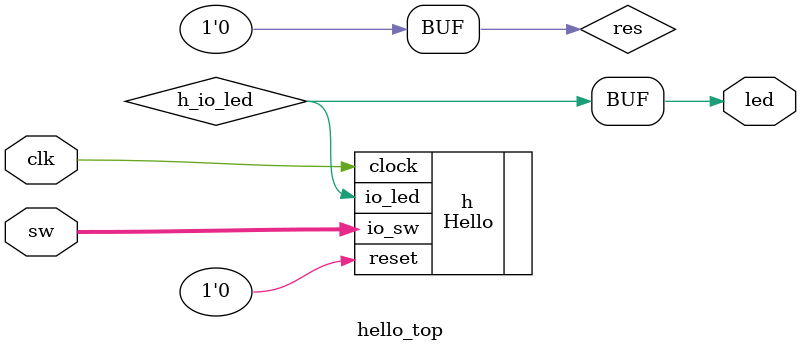
<source format=v>
/* Minimal top level for the Chisel Hello World.
  Wire reset to 0. */

module hello_top(input clk, input [1:0] sw,output led);

  wire h_io_led;
  wire res;

  assign led = h_io_led;
  assign res = 1'h0;
  Hello h(.clock(clk), 
          .reset(res),
          .io_sw(sw),
          .io_led( h_io_led ));
endmodule

</source>
